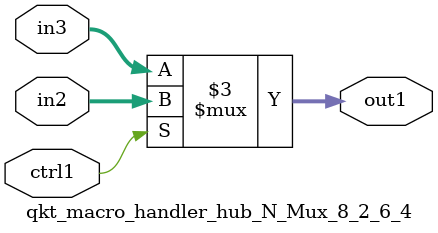
<source format=v>

`timescale 1ps / 1ps


module qkt_macro_handler_hub_N_Mux_8_2_6_4( in3, in2, ctrl1, out1 );

    input [7:0] in3;
    input [7:0] in2;
    input ctrl1;
    output [7:0] out1;
    reg [7:0] out1;

    
    // rtl_process:qkt_macro_handler_hub_N_Mux_8_2_6_4/qkt_macro_handler_hub_N_Mux_8_2_6_4_thread_1
    always @*
      begin : qkt_macro_handler_hub_N_Mux_8_2_6_4_thread_1
        case (ctrl1) 
          1'b1: 
            begin
              out1 = in2;
            end
          default: 
            begin
              out1 = in3;
            end
        endcase
      end

endmodule





</source>
